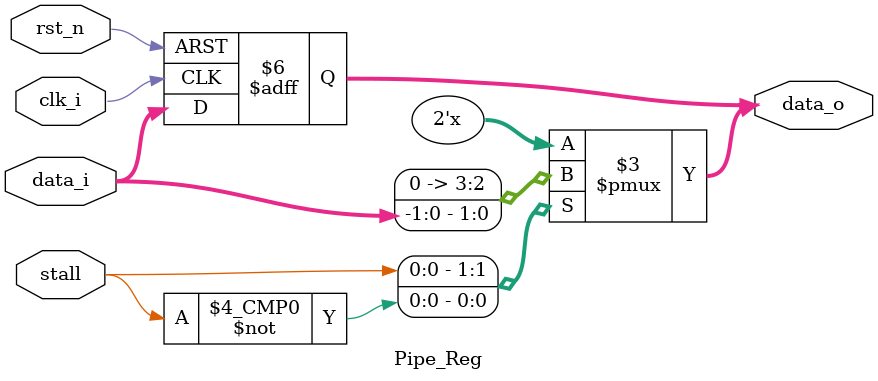
<source format=v>
module Pipe_Reg(
                    clk_i,
                    rst_n,
                    stall,
                    data_i,
                    data_o
                    );
                    
parameter size = 0;

input                  clk_i;
input                  rst_n;          
input                  stall;
input      [size-1: 0] data_i;
output reg [size-1: 0] data_o;
      
always @(negedge rst_n or posedge clk_i) begin
    case(rst_n)
        1'b0: data_o <= 0;
        1'b1: data_o <= data_i;
    endcase
end

always @(stall) begin
    case(stall)
        1'b1: data_o <= 0;
        1'b0: data_o <= data_i;
    endcase
end
endmodule    

</source>
